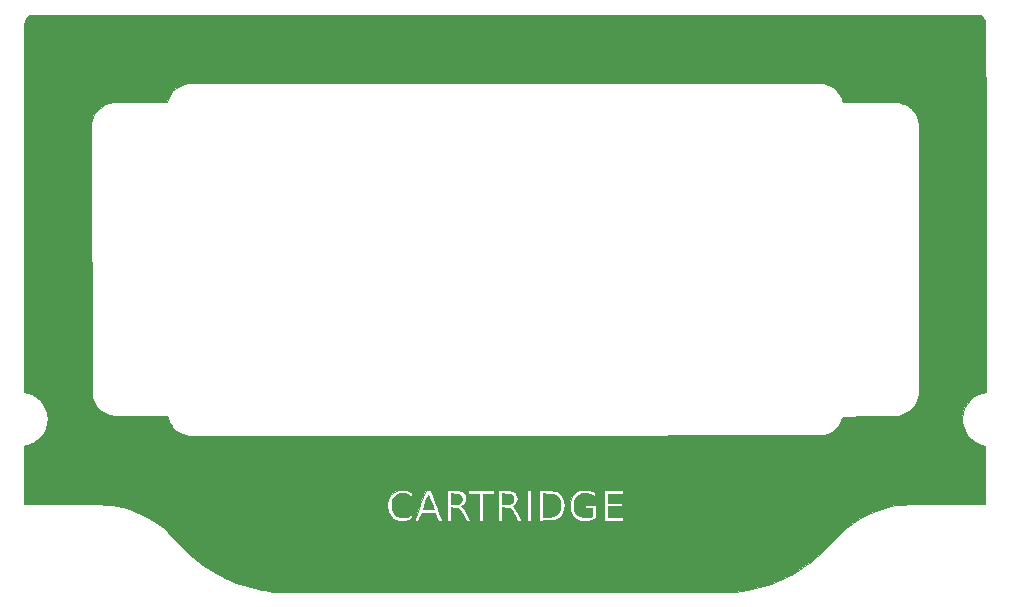
<source format=gbr>
G04 #@! TF.GenerationSoftware,KiCad,Pcbnew,5.0.2-bee76a0~70~ubuntu18.04.1*
G04 #@! TF.CreationDate,2019-04-15T09:41:49+02:00*
G04 #@! TF.ProjectId,DIMMTop,44494d4d-546f-4702-9e6b-696361645f70,rev?*
G04 #@! TF.SameCoordinates,Original*
G04 #@! TF.FileFunction,Legend,Top*
G04 #@! TF.FilePolarity,Positive*
%FSLAX46Y46*%
G04 Gerber Fmt 4.6, Leading zero omitted, Abs format (unit mm)*
G04 Created by KiCad (PCBNEW 5.0.2-bee76a0~70~ubuntu18.04.1) date Mo 15 Apr 2019 09:41:49 CEST*
%MOMM*%
%LPD*%
G01*
G04 APERTURE LIST*
%ADD10C,0.010000*%
G04 APERTURE END LIST*
D10*
G04 #@! TO.C,G\002A\002A\002A*
G36*
X102219212Y-80275423D02*
X103814769Y-80275539D01*
X105404908Y-80275716D01*
X106987377Y-80275955D01*
X108559922Y-80276254D01*
X110120293Y-80276615D01*
X111666237Y-80277036D01*
X113195502Y-80277519D01*
X114705836Y-80278062D01*
X116194986Y-80278667D01*
X117660701Y-80279332D01*
X119100728Y-80280059D01*
X120512816Y-80280846D01*
X121894712Y-80281695D01*
X123244164Y-80282605D01*
X124558920Y-80283575D01*
X125836728Y-80284607D01*
X127075336Y-80285700D01*
X128272491Y-80286854D01*
X129425941Y-80288069D01*
X130533435Y-80289344D01*
X131592720Y-80290681D01*
X132601544Y-80292079D01*
X133557655Y-80293538D01*
X134458801Y-80295058D01*
X135302730Y-80296639D01*
X136087189Y-80298281D01*
X136809927Y-80299984D01*
X137468690Y-80301748D01*
X138061228Y-80303573D01*
X138585289Y-80305460D01*
X139038619Y-80307407D01*
X139418966Y-80309415D01*
X139724080Y-80311484D01*
X139951707Y-80313614D01*
X140099595Y-80315806D01*
X140165493Y-80318058D01*
X140168544Y-80318489D01*
X140331033Y-80399308D01*
X140483138Y-80535133D01*
X140597207Y-80698086D01*
X140633040Y-80786799D01*
X140637047Y-80843316D01*
X140640864Y-80983779D01*
X140644486Y-81207464D01*
X140647914Y-81513650D01*
X140651144Y-81901616D01*
X140654176Y-82370640D01*
X140657007Y-82919999D01*
X140659634Y-83548972D01*
X140662057Y-84256837D01*
X140664274Y-85042873D01*
X140666282Y-85906358D01*
X140668079Y-86846569D01*
X140669664Y-87862785D01*
X140671035Y-88954285D01*
X140672190Y-90120347D01*
X140673127Y-91360248D01*
X140673844Y-92673267D01*
X140674339Y-94058682D01*
X140674610Y-95515772D01*
X140674666Y-96580748D01*
X140674666Y-112229555D01*
X140452416Y-112281080D01*
X140065303Y-112408936D01*
X139713763Y-112607344D01*
X139386280Y-112882837D01*
X139378811Y-112890260D01*
X139087617Y-113231783D01*
X138877400Y-113596300D01*
X138746655Y-113987702D01*
X138693876Y-114409876D01*
X138697205Y-114651000D01*
X138762601Y-115080196D01*
X138903426Y-115478968D01*
X139113648Y-115839957D01*
X139387231Y-116155805D01*
X139718142Y-116419156D01*
X140100346Y-116622650D01*
X140399500Y-116726749D01*
X140538190Y-116767513D01*
X140613951Y-116802725D01*
X140645530Y-116849143D01*
X140651672Y-116923523D01*
X140651383Y-116951909D01*
X140650829Y-117022788D01*
X140650014Y-117169951D01*
X140648972Y-117385017D01*
X140647741Y-117659604D01*
X140646355Y-117985329D01*
X140644852Y-118353811D01*
X140643267Y-118756668D01*
X140641636Y-119185519D01*
X140640800Y-119411303D01*
X140632333Y-121716272D01*
X137044583Y-121732646D01*
X136407823Y-121735627D01*
X135849726Y-121738484D01*
X135364292Y-121741370D01*
X134945516Y-121744440D01*
X134587397Y-121747849D01*
X134283933Y-121751751D01*
X134029120Y-121756300D01*
X133816958Y-121761652D01*
X133641442Y-121767960D01*
X133496572Y-121775379D01*
X133376344Y-121784064D01*
X133274757Y-121794168D01*
X133185808Y-121805846D01*
X133103494Y-121819253D01*
X133021813Y-121834544D01*
X133012333Y-121836401D01*
X132436783Y-121962191D01*
X131919174Y-122104081D01*
X131433124Y-122270560D01*
X130952250Y-122470111D01*
X130747500Y-122564865D01*
X130068609Y-122919284D01*
X129452074Y-123310253D01*
X128878689Y-123751603D01*
X128329247Y-124257165D01*
X128165166Y-124424513D01*
X127763568Y-124841566D01*
X127411497Y-125202946D01*
X127101373Y-125515483D01*
X126825613Y-125786010D01*
X126576636Y-126021359D01*
X126346861Y-126228361D01*
X126128706Y-126413848D01*
X125914589Y-126584652D01*
X125696928Y-126747605D01*
X125468143Y-126909539D01*
X125223000Y-127075719D01*
X124336195Y-127618736D01*
X123424716Y-128081045D01*
X122486782Y-128463257D01*
X121520609Y-128765980D01*
X120524415Y-128989827D01*
X119496416Y-129135406D01*
X119105833Y-129169689D01*
X119032624Y-129171974D01*
X118878074Y-129174201D01*
X118645511Y-129176367D01*
X118338260Y-129178473D01*
X117959649Y-129180516D01*
X117513002Y-129182495D01*
X117001648Y-129184409D01*
X116428912Y-129186257D01*
X115798121Y-129188036D01*
X115112601Y-129189747D01*
X114375678Y-129191388D01*
X113590680Y-129192956D01*
X112760931Y-129194452D01*
X111889760Y-129195874D01*
X110980492Y-129197220D01*
X110036454Y-129198489D01*
X109060971Y-129199679D01*
X108057371Y-129200791D01*
X107028980Y-129201821D01*
X105979125Y-129202769D01*
X104911131Y-129203634D01*
X103828326Y-129204414D01*
X102734035Y-129205108D01*
X101631585Y-129205715D01*
X100524302Y-129206232D01*
X99415514Y-129206660D01*
X98308545Y-129206997D01*
X97206724Y-129207240D01*
X96113375Y-129207390D01*
X95031826Y-129207445D01*
X93965403Y-129207403D01*
X92917433Y-129207263D01*
X91891241Y-129207024D01*
X90890155Y-129206685D01*
X89917500Y-129206244D01*
X88976603Y-129205699D01*
X88070791Y-129205050D01*
X87203390Y-129204296D01*
X86377726Y-129203434D01*
X85597126Y-129202464D01*
X84864916Y-129201385D01*
X84184423Y-129200194D01*
X83558972Y-129198891D01*
X82991892Y-129197475D01*
X82486507Y-129195943D01*
X82046144Y-129194296D01*
X81674130Y-129192531D01*
X81373791Y-129190647D01*
X81148454Y-129188643D01*
X81001445Y-129186517D01*
X80942333Y-129184720D01*
X80669849Y-129162931D01*
X80342376Y-129126996D01*
X79987669Y-129080711D01*
X79633480Y-129027874D01*
X79307565Y-128972283D01*
X79116805Y-128934960D01*
X78140860Y-128688213D01*
X77186667Y-128363215D01*
X76261084Y-127963622D01*
X75370969Y-127493092D01*
X74523180Y-126955280D01*
X73724578Y-126353842D01*
X72982019Y-125692435D01*
X72918935Y-125630843D01*
X72739298Y-125451052D01*
X72524183Y-125230968D01*
X72295124Y-124992894D01*
X72073654Y-124759132D01*
X71967155Y-124645085D01*
X71650710Y-124311992D01*
X71366042Y-124031399D01*
X71094964Y-123787452D01*
X70819287Y-123564300D01*
X70520825Y-123346090D01*
X70316666Y-123206535D01*
X69633060Y-122794138D01*
X68906784Y-122440694D01*
X68158255Y-122155363D01*
X67628500Y-122000176D01*
X67460926Y-121957166D01*
X67311765Y-121919373D01*
X67174602Y-121886436D01*
X67043019Y-121857993D01*
X66910600Y-121833683D01*
X66861749Y-121826500D01*
X90022833Y-121826500D01*
X90025367Y-122031653D01*
X90036151Y-122178907D01*
X90059958Y-122294962D01*
X90101559Y-122406513D01*
X90141830Y-122492160D01*
X90312416Y-122753367D01*
X90534722Y-122956539D01*
X90796078Y-123090454D01*
X91030015Y-123139514D01*
X91302553Y-123147233D01*
X91467082Y-123128330D01*
X102871000Y-123128330D01*
X103474250Y-123107090D01*
X103787585Y-123091255D01*
X104030127Y-123067543D01*
X104215520Y-123034326D01*
X104310333Y-123007378D01*
X104575633Y-122878184D01*
X104780302Y-122689963D01*
X104924229Y-122442894D01*
X105007305Y-122137157D01*
X105029627Y-121831597D01*
X105453333Y-121831597D01*
X105453333Y-121832704D01*
X105484338Y-122186077D01*
X105579061Y-122486639D01*
X105740063Y-122740130D01*
X105944375Y-122933247D01*
X106163721Y-123053289D01*
X106432279Y-123126975D01*
X106727711Y-123153219D01*
X107027679Y-123130929D01*
X107309845Y-123059019D01*
X107433824Y-123005847D01*
X107675833Y-122884833D01*
X107687645Y-122323917D01*
X107699457Y-121763000D01*
X106765666Y-121763000D01*
X106765666Y-122059333D01*
X107358333Y-122059333D01*
X107358333Y-122396510D01*
X107353420Y-122579388D01*
X107329167Y-122702388D01*
X107271301Y-122778817D01*
X107165552Y-122821985D01*
X106997645Y-122845201D01*
X106866957Y-122854716D01*
X106553882Y-122845484D01*
X106296668Y-122773349D01*
X106093530Y-122637419D01*
X105942683Y-122436802D01*
X105913905Y-122378585D01*
X105864225Y-122208685D01*
X105837444Y-121988371D01*
X105833542Y-121747945D01*
X105852502Y-121517711D01*
X105894304Y-121327971D01*
X105914591Y-121276167D01*
X106048509Y-121062365D01*
X106226263Y-120912846D01*
X106455403Y-120823399D01*
X106743480Y-120789816D01*
X106788053Y-120789333D01*
X106958217Y-120798252D01*
X107106061Y-120831876D01*
X107271312Y-120900505D01*
X107332069Y-120930389D01*
X107612333Y-121071445D01*
X107612333Y-120893269D01*
X107608262Y-120790350D01*
X107583333Y-120726531D01*
X107518470Y-120678120D01*
X107394599Y-120621426D01*
X107392851Y-120620674D01*
X107120276Y-120538364D01*
X107095059Y-120535333D01*
X108332000Y-120535333D01*
X108332000Y-123117667D01*
X109983000Y-123117667D01*
X109983000Y-122821333D01*
X108670666Y-122821333D01*
X108670666Y-121890000D01*
X109898333Y-121890000D01*
X109898333Y-121593667D01*
X108670666Y-121593667D01*
X108670666Y-120831667D01*
X109940666Y-120831667D01*
X109940666Y-120535333D01*
X108332000Y-120535333D01*
X107095059Y-120535333D01*
X106810875Y-120501176D01*
X106500765Y-120511244D01*
X106276726Y-120554676D01*
X106114582Y-120612630D01*
X105980841Y-120692639D01*
X105841416Y-120816255D01*
X105805333Y-120852739D01*
X105640145Y-121054387D01*
X105531425Y-121270802D01*
X105471658Y-121522900D01*
X105453333Y-121831597D01*
X105029627Y-121831597D01*
X105030000Y-121826500D01*
X105000849Y-121470165D01*
X104912808Y-121173963D01*
X104764996Y-120936356D01*
X104556531Y-120755805D01*
X104359959Y-120656951D01*
X104244836Y-120617528D01*
X104121380Y-120589085D01*
X103970782Y-120569182D01*
X103774231Y-120555374D01*
X103512919Y-120545221D01*
X103495416Y-120544694D01*
X102871000Y-120526105D01*
X102871000Y-123128330D01*
X91467082Y-123128330D01*
X91579449Y-123115420D01*
X91693923Y-123083195D01*
X92337192Y-123083195D01*
X92370382Y-123110561D01*
X92464209Y-123117562D01*
X92490894Y-123117667D01*
X92593719Y-123112808D01*
X92654575Y-123084467D01*
X92698583Y-123011994D01*
X92735525Y-122916583D01*
X92791859Y-122765452D01*
X92846586Y-122622088D01*
X92863866Y-122577917D01*
X92918346Y-122440333D01*
X94056384Y-122440333D01*
X94176715Y-122779000D01*
X94297047Y-123117667D01*
X94482219Y-123117667D01*
X95039333Y-123117667D01*
X95378000Y-123117667D01*
X95378000Y-122007746D01*
X95692821Y-122023644D01*
X95856246Y-122037251D01*
X95983576Y-122066845D01*
X96087793Y-122123733D01*
X96181880Y-122219223D01*
X96278819Y-122364620D01*
X96391592Y-122571232D01*
X96448024Y-122681395D01*
X96669166Y-123117283D01*
X96849083Y-123117475D01*
X96959011Y-123113091D01*
X97022655Y-123101841D01*
X97029000Y-123096208D01*
X97007950Y-123033886D01*
X96951364Y-122917101D01*
X96869082Y-122762866D01*
X96770946Y-122588196D01*
X96666797Y-122410107D01*
X96566477Y-122245612D01*
X96479827Y-122111727D01*
X96416690Y-122025465D01*
X96399056Y-122007116D01*
X96284405Y-121912166D01*
X96413286Y-121826156D01*
X96570403Y-121675116D01*
X96659213Y-121476188D01*
X96680702Y-121227060D01*
X96679330Y-121201514D01*
X96639593Y-120975455D01*
X96546015Y-120803335D01*
X96387119Y-120665790D01*
X96347241Y-120641167D01*
X96274480Y-120605543D01*
X96186041Y-120580182D01*
X96065254Y-120562800D01*
X95895446Y-120551119D01*
X95659945Y-120542855D01*
X95621416Y-120541857D01*
X95362077Y-120535333D01*
X96859666Y-120535333D01*
X96859666Y-120831667D01*
X97791000Y-120831667D01*
X97791000Y-123117667D01*
X98129666Y-123117667D01*
X99399666Y-123117667D01*
X99738333Y-123117667D01*
X99738333Y-122007445D01*
X100033313Y-122024113D01*
X100207426Y-122040900D01*
X100343143Y-122076705D01*
X100454248Y-122143243D01*
X100554520Y-122252230D01*
X100657742Y-122415382D01*
X100777694Y-122644413D01*
X100788507Y-122666097D01*
X101013182Y-123117667D01*
X101392599Y-123117667D01*
X101133991Y-122610422D01*
X101028359Y-122412856D01*
X100924660Y-122235758D01*
X100833912Y-122096890D01*
X100767137Y-122014017D01*
X100760060Y-122007672D01*
X100644739Y-121912166D01*
X100773619Y-121826156D01*
X100926966Y-121676143D01*
X101018621Y-121481888D01*
X101045152Y-121260584D01*
X101003126Y-121029423D01*
X100955416Y-120915688D01*
X100880509Y-120787900D01*
X100794798Y-120693635D01*
X100684264Y-120627512D01*
X100534888Y-120584149D01*
X100332652Y-120558163D01*
X100063538Y-120544172D01*
X99981750Y-120541857D01*
X99722410Y-120535333D01*
X101855000Y-120535333D01*
X101855000Y-123117667D01*
X102193666Y-123117667D01*
X102193666Y-120535333D01*
X101855000Y-120535333D01*
X99722410Y-120535333D01*
X99399666Y-120527214D01*
X99399666Y-123117667D01*
X98129666Y-123117667D01*
X98129666Y-120831667D01*
X99061000Y-120831667D01*
X99061000Y-120535333D01*
X96859666Y-120535333D01*
X95362077Y-120535333D01*
X95039333Y-120527214D01*
X95039333Y-123117667D01*
X94482219Y-123117667D01*
X94595789Y-123113107D01*
X94642670Y-123093792D01*
X94640603Y-123051265D01*
X94637661Y-123043583D01*
X94615327Y-122986113D01*
X94566887Y-122860268D01*
X94496449Y-122676766D01*
X94408123Y-122446323D01*
X94306019Y-122179657D01*
X94194247Y-121887484D01*
X94170930Y-121826500D01*
X94057729Y-121530491D01*
X93953403Y-121257830D01*
X93862057Y-121019232D01*
X93787795Y-120825413D01*
X93734721Y-120687091D01*
X93706940Y-120614980D01*
X93704768Y-120609417D01*
X93660601Y-120560371D01*
X93565545Y-120538348D01*
X93478676Y-120535333D01*
X93281744Y-120535333D01*
X92825411Y-121731250D01*
X92709798Y-122035241D01*
X92603334Y-122317092D01*
X92509991Y-122566136D01*
X92433741Y-122771706D01*
X92378556Y-122923136D01*
X92348408Y-123009757D01*
X92344602Y-123022417D01*
X92337192Y-123083195D01*
X91693923Y-123083195D01*
X91826459Y-123045886D01*
X91853750Y-123034536D01*
X91979157Y-122976944D01*
X92045431Y-122928545D01*
X92071426Y-122865573D01*
X92075995Y-122764260D01*
X92076000Y-122754369D01*
X92076000Y-122570830D01*
X91865561Y-122701646D01*
X91709822Y-122784303D01*
X91552076Y-122830907D01*
X91364775Y-122853236D01*
X91068698Y-122842169D01*
X90823697Y-122764015D01*
X90631208Y-122620279D01*
X90492669Y-122412464D01*
X90409519Y-122142075D01*
X90383138Y-121826500D01*
X90412021Y-121497645D01*
X90497841Y-121230045D01*
X90639358Y-121025013D01*
X90835333Y-120883860D01*
X91084526Y-120807898D01*
X91356857Y-120796553D01*
X91546219Y-120816494D01*
X91694687Y-120859622D01*
X91845410Y-120938895D01*
X91859251Y-120947431D01*
X92076000Y-121082169D01*
X92076000Y-120898631D01*
X92072298Y-120793435D01*
X92048607Y-120728476D01*
X91986047Y-120680012D01*
X91865737Y-120624296D01*
X91853750Y-120619115D01*
X91684583Y-120562773D01*
X91484036Y-120519207D01*
X91353159Y-120502911D01*
X91014181Y-120514095D01*
X90714874Y-120598143D01*
X90459271Y-120752864D01*
X90251407Y-120976065D01*
X90141830Y-121160840D01*
X90085613Y-121284336D01*
X90050393Y-121394422D01*
X90031399Y-121517795D01*
X90023856Y-121681153D01*
X90022833Y-121826500D01*
X66861749Y-121826500D01*
X66770927Y-121813146D01*
X66617585Y-121796020D01*
X66444157Y-121781944D01*
X66244226Y-121770557D01*
X66011376Y-121761497D01*
X65739189Y-121754404D01*
X65421250Y-121748916D01*
X65051141Y-121744672D01*
X64622446Y-121741311D01*
X64128749Y-121738471D01*
X63563632Y-121735793D01*
X62920679Y-121732914D01*
X62876583Y-121732714D01*
X59267666Y-121716295D01*
X59267666Y-116777280D01*
X59458567Y-116748653D01*
X59585346Y-116715973D01*
X59755599Y-116654066D01*
X59938600Y-116574479D01*
X59995287Y-116546937D01*
X60363249Y-116317675D01*
X60673907Y-116031704D01*
X60922875Y-115698407D01*
X61105765Y-115327169D01*
X61218191Y-114927373D01*
X61255764Y-114508405D01*
X61214098Y-114079647D01*
X61193597Y-113983815D01*
X61062357Y-113599921D01*
X60861526Y-113242907D01*
X60601950Y-112923608D01*
X60294478Y-112652861D01*
X59949955Y-112441500D01*
X59579227Y-112300363D01*
X59485861Y-112277778D01*
X59267666Y-112230984D01*
X59267666Y-96581462D01*
X59267779Y-95074467D01*
X59268118Y-93638640D01*
X59268679Y-92274702D01*
X59269462Y-90983377D01*
X59270464Y-89765384D01*
X59270817Y-89433453D01*
X64940914Y-89433453D01*
X64993522Y-112724833D01*
X65162970Y-113054503D01*
X65393169Y-113430191D01*
X65661586Y-113732440D01*
X65973136Y-113965654D01*
X66332736Y-114134237D01*
X66390328Y-114153962D01*
X66451314Y-114172682D01*
X66515965Y-114188687D01*
X66591576Y-114202303D01*
X66685441Y-114213859D01*
X66804856Y-114223681D01*
X66957115Y-114232095D01*
X67149514Y-114239430D01*
X67389346Y-114246011D01*
X67683907Y-114252167D01*
X68040491Y-114258223D01*
X68466394Y-114264508D01*
X68968909Y-114271348D01*
X69025500Y-114272099D01*
X69465084Y-114278003D01*
X69878598Y-114283698D01*
X70258422Y-114289073D01*
X70596939Y-114294010D01*
X70886531Y-114298397D01*
X71119579Y-114302118D01*
X71288467Y-114305059D01*
X71385576Y-114307104D01*
X71406750Y-114307935D01*
X71415798Y-114347288D01*
X71417366Y-114386417D01*
X71438823Y-114480406D01*
X71495463Y-114622014D01*
X71575778Y-114788234D01*
X71668257Y-114956058D01*
X71761391Y-115102478D01*
X71804575Y-115160433D01*
X72046229Y-115409846D01*
X72333755Y-115623273D01*
X72645657Y-115788243D01*
X72960440Y-115892283D01*
X73108894Y-115917206D01*
X73171370Y-115919369D01*
X73315513Y-115921396D01*
X73538558Y-115923289D01*
X73837745Y-115925049D01*
X74210310Y-115926678D01*
X74653493Y-115928180D01*
X75164529Y-115929556D01*
X75740658Y-115930807D01*
X76379116Y-115931937D01*
X77077142Y-115932948D01*
X77831973Y-115933840D01*
X78640847Y-115934618D01*
X79501001Y-115935282D01*
X80409674Y-115935836D01*
X81364103Y-115936280D01*
X82361526Y-115936618D01*
X83399181Y-115936851D01*
X84474304Y-115936982D01*
X85584135Y-115937012D01*
X86725910Y-115936944D01*
X87896868Y-115936780D01*
X89094246Y-115936523D01*
X90315282Y-115936173D01*
X91557213Y-115935734D01*
X92817278Y-115935207D01*
X94092714Y-115934595D01*
X95380758Y-115933899D01*
X96678649Y-115933123D01*
X97983624Y-115932267D01*
X99292921Y-115931335D01*
X100603778Y-115930328D01*
X101913432Y-115929249D01*
X103219121Y-115928099D01*
X104518083Y-115926881D01*
X105807556Y-115925596D01*
X107084776Y-115924248D01*
X108346983Y-115922838D01*
X109591413Y-115921368D01*
X110815305Y-115919841D01*
X112015896Y-115918258D01*
X113190424Y-115916622D01*
X114336126Y-115914935D01*
X115450241Y-115913198D01*
X116530005Y-115911415D01*
X117572658Y-115909587D01*
X118575436Y-115907717D01*
X119535577Y-115905806D01*
X120450318Y-115903857D01*
X121316899Y-115901871D01*
X122132556Y-115899852D01*
X122894527Y-115897800D01*
X123600050Y-115895719D01*
X124246362Y-115893610D01*
X124830701Y-115891476D01*
X125350306Y-115889319D01*
X125802413Y-115887140D01*
X126184260Y-115884942D01*
X126493086Y-115882727D01*
X126726127Y-115880497D01*
X126880622Y-115878255D01*
X126953809Y-115876002D01*
X126958666Y-115875515D01*
X127312079Y-115774368D01*
X127646755Y-115597886D01*
X127952646Y-115354953D01*
X128219704Y-115054453D01*
X128437881Y-114705272D01*
X128540985Y-114476495D01*
X128600823Y-114323158D01*
X130817161Y-114300549D01*
X131323204Y-114294494D01*
X131787102Y-114287160D01*
X132202447Y-114278727D01*
X132562834Y-114269376D01*
X132861857Y-114259286D01*
X133093110Y-114248638D01*
X133250186Y-114237612D01*
X133308666Y-114230469D01*
X133672337Y-114127393D01*
X134022348Y-113952093D01*
X134340303Y-113716878D01*
X134607805Y-113434057D01*
X134706352Y-113295264D01*
X134787559Y-113145956D01*
X134871754Y-112954971D01*
X134941183Y-112762718D01*
X134943260Y-112756033D01*
X135044321Y-112428500D01*
X135041948Y-101210167D01*
X135041621Y-100235795D01*
X135041064Y-99280789D01*
X135040288Y-98348809D01*
X135039303Y-97443518D01*
X135038120Y-96568577D01*
X135036751Y-95727648D01*
X135035205Y-94924393D01*
X135033495Y-94162473D01*
X135031630Y-93445551D01*
X135029622Y-92777287D01*
X135027482Y-92161344D01*
X135025220Y-91601383D01*
X135022847Y-91101066D01*
X135020374Y-90664055D01*
X135017813Y-90294012D01*
X135015173Y-89994598D01*
X135012466Y-89769475D01*
X135009703Y-89622304D01*
X135007364Y-89561842D01*
X134956989Y-89202783D01*
X134857515Y-88892621D01*
X134698462Y-88607683D01*
X134469352Y-88324295D01*
X134450610Y-88304108D01*
X134230853Y-88094664D01*
X134005067Y-87938520D01*
X133746662Y-87820431D01*
X133449780Y-87730384D01*
X133370304Y-87711016D01*
X133291505Y-87694711D01*
X133205604Y-87681207D01*
X133104823Y-87670240D01*
X132981386Y-87661549D01*
X132827514Y-87654870D01*
X132635431Y-87649940D01*
X132397359Y-87646497D01*
X132105520Y-87644278D01*
X131752137Y-87643019D01*
X131329432Y-87642458D01*
X130844200Y-87642333D01*
X128584341Y-87642333D01*
X128528890Y-87483583D01*
X128480056Y-87371861D01*
X128400422Y-87218325D01*
X128305315Y-87052157D01*
X128282834Y-87015171D01*
X128033155Y-86687456D01*
X127726853Y-86422196D01*
X127366249Y-86221064D01*
X127016289Y-86101129D01*
X126993406Y-86096672D01*
X126958665Y-86092417D01*
X126910145Y-86088360D01*
X126845926Y-86084495D01*
X126764087Y-86080817D01*
X126662707Y-86077322D01*
X126539865Y-86074004D01*
X126393640Y-86070859D01*
X126222112Y-86067882D01*
X126023359Y-86065069D01*
X125795461Y-86062413D01*
X125536497Y-86059911D01*
X125244545Y-86057557D01*
X124917686Y-86055347D01*
X124553998Y-86053276D01*
X124151560Y-86051338D01*
X123708452Y-86049530D01*
X123222753Y-86047845D01*
X122692541Y-86046280D01*
X122115897Y-86044829D01*
X121490898Y-86043488D01*
X120815625Y-86042251D01*
X120088156Y-86041114D01*
X119306571Y-86040072D01*
X118468949Y-86039120D01*
X117573368Y-86038254D01*
X116617908Y-86037467D01*
X115600649Y-86036756D01*
X114519668Y-86036115D01*
X113373046Y-86035541D01*
X112158862Y-86035026D01*
X110875194Y-86034568D01*
X109520123Y-86034161D01*
X108091726Y-86033800D01*
X106588083Y-86033481D01*
X105007274Y-86033198D01*
X103347377Y-86032946D01*
X101606471Y-86032721D01*
X99960488Y-86032537D01*
X73158517Y-86029720D01*
X72827675Y-86140706D01*
X72425344Y-86307903D01*
X72092995Y-86518327D01*
X71824923Y-86777267D01*
X71615420Y-87090009D01*
X71485538Y-87384185D01*
X71391284Y-87644491D01*
X69065392Y-87660548D01*
X68559241Y-87664194D01*
X68130322Y-87667767D01*
X67771197Y-87671553D01*
X67474433Y-87675840D01*
X67232594Y-87680915D01*
X67038244Y-87687064D01*
X66883948Y-87694574D01*
X66762272Y-87703732D01*
X66665779Y-87714826D01*
X66587034Y-87728142D01*
X66518603Y-87743966D01*
X66457760Y-87761168D01*
X66121970Y-87888758D01*
X65831882Y-88062566D01*
X65587503Y-88269613D01*
X65377742Y-88492954D01*
X65222273Y-88717504D01*
X65099660Y-88977038D01*
X65047217Y-89120911D01*
X64940914Y-89433453D01*
X59270817Y-89433453D01*
X59271683Y-88621447D01*
X59273118Y-87552287D01*
X59274767Y-86558625D01*
X59276627Y-85641184D01*
X59278697Y-84800685D01*
X59280975Y-84037850D01*
X59283460Y-83353400D01*
X59286148Y-82748058D01*
X59289039Y-82222545D01*
X59292129Y-81777583D01*
X59295419Y-81413893D01*
X59298905Y-81132198D01*
X59302585Y-80933219D01*
X59306458Y-80817677D01*
X59309292Y-80786799D01*
X59391628Y-80620782D01*
X59526807Y-80466965D01*
X59687176Y-80353227D01*
X59773788Y-80318489D01*
X59824005Y-80316225D01*
X59956636Y-80314022D01*
X60169430Y-80311880D01*
X60460133Y-80309800D01*
X60826495Y-80307780D01*
X61266263Y-80305821D01*
X61777185Y-80303924D01*
X62357009Y-80302087D01*
X63003482Y-80300312D01*
X63714353Y-80298597D01*
X64487369Y-80296944D01*
X65320278Y-80295351D01*
X66210829Y-80293820D01*
X67156768Y-80292349D01*
X68155845Y-80290940D01*
X69205806Y-80289591D01*
X70304400Y-80288304D01*
X71449374Y-80287078D01*
X72638476Y-80285912D01*
X73869455Y-80284808D01*
X75140058Y-80283765D01*
X76448033Y-80282783D01*
X77791128Y-80281862D01*
X79167091Y-80281001D01*
X80573669Y-80280202D01*
X82008611Y-80279464D01*
X83469664Y-80278787D01*
X84954576Y-80278171D01*
X86461095Y-80277616D01*
X87986970Y-80277122D01*
X89529947Y-80276689D01*
X91087775Y-80276317D01*
X92658201Y-80276006D01*
X94238974Y-80275757D01*
X95827842Y-80275568D01*
X97422551Y-80275440D01*
X99020851Y-80275373D01*
X100620489Y-80275367D01*
X102219212Y-80275423D01*
X102219212Y-80275423D01*
G37*
X102219212Y-80275423D02*
X103814769Y-80275539D01*
X105404908Y-80275716D01*
X106987377Y-80275955D01*
X108559922Y-80276254D01*
X110120293Y-80276615D01*
X111666237Y-80277036D01*
X113195502Y-80277519D01*
X114705836Y-80278062D01*
X116194986Y-80278667D01*
X117660701Y-80279332D01*
X119100728Y-80280059D01*
X120512816Y-80280846D01*
X121894712Y-80281695D01*
X123244164Y-80282605D01*
X124558920Y-80283575D01*
X125836728Y-80284607D01*
X127075336Y-80285700D01*
X128272491Y-80286854D01*
X129425941Y-80288069D01*
X130533435Y-80289344D01*
X131592720Y-80290681D01*
X132601544Y-80292079D01*
X133557655Y-80293538D01*
X134458801Y-80295058D01*
X135302730Y-80296639D01*
X136087189Y-80298281D01*
X136809927Y-80299984D01*
X137468690Y-80301748D01*
X138061228Y-80303573D01*
X138585289Y-80305460D01*
X139038619Y-80307407D01*
X139418966Y-80309415D01*
X139724080Y-80311484D01*
X139951707Y-80313614D01*
X140099595Y-80315806D01*
X140165493Y-80318058D01*
X140168544Y-80318489D01*
X140331033Y-80399308D01*
X140483138Y-80535133D01*
X140597207Y-80698086D01*
X140633040Y-80786799D01*
X140637047Y-80843316D01*
X140640864Y-80983779D01*
X140644486Y-81207464D01*
X140647914Y-81513650D01*
X140651144Y-81901616D01*
X140654176Y-82370640D01*
X140657007Y-82919999D01*
X140659634Y-83548972D01*
X140662057Y-84256837D01*
X140664274Y-85042873D01*
X140666282Y-85906358D01*
X140668079Y-86846569D01*
X140669664Y-87862785D01*
X140671035Y-88954285D01*
X140672190Y-90120347D01*
X140673127Y-91360248D01*
X140673844Y-92673267D01*
X140674339Y-94058682D01*
X140674610Y-95515772D01*
X140674666Y-96580748D01*
X140674666Y-112229555D01*
X140452416Y-112281080D01*
X140065303Y-112408936D01*
X139713763Y-112607344D01*
X139386280Y-112882837D01*
X139378811Y-112890260D01*
X139087617Y-113231783D01*
X138877400Y-113596300D01*
X138746655Y-113987702D01*
X138693876Y-114409876D01*
X138697205Y-114651000D01*
X138762601Y-115080196D01*
X138903426Y-115478968D01*
X139113648Y-115839957D01*
X139387231Y-116155805D01*
X139718142Y-116419156D01*
X140100346Y-116622650D01*
X140399500Y-116726749D01*
X140538190Y-116767513D01*
X140613951Y-116802725D01*
X140645530Y-116849143D01*
X140651672Y-116923523D01*
X140651383Y-116951909D01*
X140650829Y-117022788D01*
X140650014Y-117169951D01*
X140648972Y-117385017D01*
X140647741Y-117659604D01*
X140646355Y-117985329D01*
X140644852Y-118353811D01*
X140643267Y-118756668D01*
X140641636Y-119185519D01*
X140640800Y-119411303D01*
X140632333Y-121716272D01*
X137044583Y-121732646D01*
X136407823Y-121735627D01*
X135849726Y-121738484D01*
X135364292Y-121741370D01*
X134945516Y-121744440D01*
X134587397Y-121747849D01*
X134283933Y-121751751D01*
X134029120Y-121756300D01*
X133816958Y-121761652D01*
X133641442Y-121767960D01*
X133496572Y-121775379D01*
X133376344Y-121784064D01*
X133274757Y-121794168D01*
X133185808Y-121805846D01*
X133103494Y-121819253D01*
X133021813Y-121834544D01*
X133012333Y-121836401D01*
X132436783Y-121962191D01*
X131919174Y-122104081D01*
X131433124Y-122270560D01*
X130952250Y-122470111D01*
X130747500Y-122564865D01*
X130068609Y-122919284D01*
X129452074Y-123310253D01*
X128878689Y-123751603D01*
X128329247Y-124257165D01*
X128165166Y-124424513D01*
X127763568Y-124841566D01*
X127411497Y-125202946D01*
X127101373Y-125515483D01*
X126825613Y-125786010D01*
X126576636Y-126021359D01*
X126346861Y-126228361D01*
X126128706Y-126413848D01*
X125914589Y-126584652D01*
X125696928Y-126747605D01*
X125468143Y-126909539D01*
X125223000Y-127075719D01*
X124336195Y-127618736D01*
X123424716Y-128081045D01*
X122486782Y-128463257D01*
X121520609Y-128765980D01*
X120524415Y-128989827D01*
X119496416Y-129135406D01*
X119105833Y-129169689D01*
X119032624Y-129171974D01*
X118878074Y-129174201D01*
X118645511Y-129176367D01*
X118338260Y-129178473D01*
X117959649Y-129180516D01*
X117513002Y-129182495D01*
X117001648Y-129184409D01*
X116428912Y-129186257D01*
X115798121Y-129188036D01*
X115112601Y-129189747D01*
X114375678Y-129191388D01*
X113590680Y-129192956D01*
X112760931Y-129194452D01*
X111889760Y-129195874D01*
X110980492Y-129197220D01*
X110036454Y-129198489D01*
X109060971Y-129199679D01*
X108057371Y-129200791D01*
X107028980Y-129201821D01*
X105979125Y-129202769D01*
X104911131Y-129203634D01*
X103828326Y-129204414D01*
X102734035Y-129205108D01*
X101631585Y-129205715D01*
X100524302Y-129206232D01*
X99415514Y-129206660D01*
X98308545Y-129206997D01*
X97206724Y-129207240D01*
X96113375Y-129207390D01*
X95031826Y-129207445D01*
X93965403Y-129207403D01*
X92917433Y-129207263D01*
X91891241Y-129207024D01*
X90890155Y-129206685D01*
X89917500Y-129206244D01*
X88976603Y-129205699D01*
X88070791Y-129205050D01*
X87203390Y-129204296D01*
X86377726Y-129203434D01*
X85597126Y-129202464D01*
X84864916Y-129201385D01*
X84184423Y-129200194D01*
X83558972Y-129198891D01*
X82991892Y-129197475D01*
X82486507Y-129195943D01*
X82046144Y-129194296D01*
X81674130Y-129192531D01*
X81373791Y-129190647D01*
X81148454Y-129188643D01*
X81001445Y-129186517D01*
X80942333Y-129184720D01*
X80669849Y-129162931D01*
X80342376Y-129126996D01*
X79987669Y-129080711D01*
X79633480Y-129027874D01*
X79307565Y-128972283D01*
X79116805Y-128934960D01*
X78140860Y-128688213D01*
X77186667Y-128363215D01*
X76261084Y-127963622D01*
X75370969Y-127493092D01*
X74523180Y-126955280D01*
X73724578Y-126353842D01*
X72982019Y-125692435D01*
X72918935Y-125630843D01*
X72739298Y-125451052D01*
X72524183Y-125230968D01*
X72295124Y-124992894D01*
X72073654Y-124759132D01*
X71967155Y-124645085D01*
X71650710Y-124311992D01*
X71366042Y-124031399D01*
X71094964Y-123787452D01*
X70819287Y-123564300D01*
X70520825Y-123346090D01*
X70316666Y-123206535D01*
X69633060Y-122794138D01*
X68906784Y-122440694D01*
X68158255Y-122155363D01*
X67628500Y-122000176D01*
X67460926Y-121957166D01*
X67311765Y-121919373D01*
X67174602Y-121886436D01*
X67043019Y-121857993D01*
X66910600Y-121833683D01*
X66861749Y-121826500D01*
X90022833Y-121826500D01*
X90025367Y-122031653D01*
X90036151Y-122178907D01*
X90059958Y-122294962D01*
X90101559Y-122406513D01*
X90141830Y-122492160D01*
X90312416Y-122753367D01*
X90534722Y-122956539D01*
X90796078Y-123090454D01*
X91030015Y-123139514D01*
X91302553Y-123147233D01*
X91467082Y-123128330D01*
X102871000Y-123128330D01*
X103474250Y-123107090D01*
X103787585Y-123091255D01*
X104030127Y-123067543D01*
X104215520Y-123034326D01*
X104310333Y-123007378D01*
X104575633Y-122878184D01*
X104780302Y-122689963D01*
X104924229Y-122442894D01*
X105007305Y-122137157D01*
X105029627Y-121831597D01*
X105453333Y-121831597D01*
X105453333Y-121832704D01*
X105484338Y-122186077D01*
X105579061Y-122486639D01*
X105740063Y-122740130D01*
X105944375Y-122933247D01*
X106163721Y-123053289D01*
X106432279Y-123126975D01*
X106727711Y-123153219D01*
X107027679Y-123130929D01*
X107309845Y-123059019D01*
X107433824Y-123005847D01*
X107675833Y-122884833D01*
X107687645Y-122323917D01*
X107699457Y-121763000D01*
X106765666Y-121763000D01*
X106765666Y-122059333D01*
X107358333Y-122059333D01*
X107358333Y-122396510D01*
X107353420Y-122579388D01*
X107329167Y-122702388D01*
X107271301Y-122778817D01*
X107165552Y-122821985D01*
X106997645Y-122845201D01*
X106866957Y-122854716D01*
X106553882Y-122845484D01*
X106296668Y-122773349D01*
X106093530Y-122637419D01*
X105942683Y-122436802D01*
X105913905Y-122378585D01*
X105864225Y-122208685D01*
X105837444Y-121988371D01*
X105833542Y-121747945D01*
X105852502Y-121517711D01*
X105894304Y-121327971D01*
X105914591Y-121276167D01*
X106048509Y-121062365D01*
X106226263Y-120912846D01*
X106455403Y-120823399D01*
X106743480Y-120789816D01*
X106788053Y-120789333D01*
X106958217Y-120798252D01*
X107106061Y-120831876D01*
X107271312Y-120900505D01*
X107332069Y-120930389D01*
X107612333Y-121071445D01*
X107612333Y-120893269D01*
X107608262Y-120790350D01*
X107583333Y-120726531D01*
X107518470Y-120678120D01*
X107394599Y-120621426D01*
X107392851Y-120620674D01*
X107120276Y-120538364D01*
X107095059Y-120535333D01*
X108332000Y-120535333D01*
X108332000Y-123117667D01*
X109983000Y-123117667D01*
X109983000Y-122821333D01*
X108670666Y-122821333D01*
X108670666Y-121890000D01*
X109898333Y-121890000D01*
X109898333Y-121593667D01*
X108670666Y-121593667D01*
X108670666Y-120831667D01*
X109940666Y-120831667D01*
X109940666Y-120535333D01*
X108332000Y-120535333D01*
X107095059Y-120535333D01*
X106810875Y-120501176D01*
X106500765Y-120511244D01*
X106276726Y-120554676D01*
X106114582Y-120612630D01*
X105980841Y-120692639D01*
X105841416Y-120816255D01*
X105805333Y-120852739D01*
X105640145Y-121054387D01*
X105531425Y-121270802D01*
X105471658Y-121522900D01*
X105453333Y-121831597D01*
X105029627Y-121831597D01*
X105030000Y-121826500D01*
X105000849Y-121470165D01*
X104912808Y-121173963D01*
X104764996Y-120936356D01*
X104556531Y-120755805D01*
X104359959Y-120656951D01*
X104244836Y-120617528D01*
X104121380Y-120589085D01*
X103970782Y-120569182D01*
X103774231Y-120555374D01*
X103512919Y-120545221D01*
X103495416Y-120544694D01*
X102871000Y-120526105D01*
X102871000Y-123128330D01*
X91467082Y-123128330D01*
X91579449Y-123115420D01*
X91693923Y-123083195D01*
X92337192Y-123083195D01*
X92370382Y-123110561D01*
X92464209Y-123117562D01*
X92490894Y-123117667D01*
X92593719Y-123112808D01*
X92654575Y-123084467D01*
X92698583Y-123011994D01*
X92735525Y-122916583D01*
X92791859Y-122765452D01*
X92846586Y-122622088D01*
X92863866Y-122577917D01*
X92918346Y-122440333D01*
X94056384Y-122440333D01*
X94176715Y-122779000D01*
X94297047Y-123117667D01*
X94482219Y-123117667D01*
X95039333Y-123117667D01*
X95378000Y-123117667D01*
X95378000Y-122007746D01*
X95692821Y-122023644D01*
X95856246Y-122037251D01*
X95983576Y-122066845D01*
X96087793Y-122123733D01*
X96181880Y-122219223D01*
X96278819Y-122364620D01*
X96391592Y-122571232D01*
X96448024Y-122681395D01*
X96669166Y-123117283D01*
X96849083Y-123117475D01*
X96959011Y-123113091D01*
X97022655Y-123101841D01*
X97029000Y-123096208D01*
X97007950Y-123033886D01*
X96951364Y-122917101D01*
X96869082Y-122762866D01*
X96770946Y-122588196D01*
X96666797Y-122410107D01*
X96566477Y-122245612D01*
X96479827Y-122111727D01*
X96416690Y-122025465D01*
X96399056Y-122007116D01*
X96284405Y-121912166D01*
X96413286Y-121826156D01*
X96570403Y-121675116D01*
X96659213Y-121476188D01*
X96680702Y-121227060D01*
X96679330Y-121201514D01*
X96639593Y-120975455D01*
X96546015Y-120803335D01*
X96387119Y-120665790D01*
X96347241Y-120641167D01*
X96274480Y-120605543D01*
X96186041Y-120580182D01*
X96065254Y-120562800D01*
X95895446Y-120551119D01*
X95659945Y-120542855D01*
X95621416Y-120541857D01*
X95362077Y-120535333D01*
X96859666Y-120535333D01*
X96859666Y-120831667D01*
X97791000Y-120831667D01*
X97791000Y-123117667D01*
X98129666Y-123117667D01*
X99399666Y-123117667D01*
X99738333Y-123117667D01*
X99738333Y-122007445D01*
X100033313Y-122024113D01*
X100207426Y-122040900D01*
X100343143Y-122076705D01*
X100454248Y-122143243D01*
X100554520Y-122252230D01*
X100657742Y-122415382D01*
X100777694Y-122644413D01*
X100788507Y-122666097D01*
X101013182Y-123117667D01*
X101392599Y-123117667D01*
X101133991Y-122610422D01*
X101028359Y-122412856D01*
X100924660Y-122235758D01*
X100833912Y-122096890D01*
X100767137Y-122014017D01*
X100760060Y-122007672D01*
X100644739Y-121912166D01*
X100773619Y-121826156D01*
X100926966Y-121676143D01*
X101018621Y-121481888D01*
X101045152Y-121260584D01*
X101003126Y-121029423D01*
X100955416Y-120915688D01*
X100880509Y-120787900D01*
X100794798Y-120693635D01*
X100684264Y-120627512D01*
X100534888Y-120584149D01*
X100332652Y-120558163D01*
X100063538Y-120544172D01*
X99981750Y-120541857D01*
X99722410Y-120535333D01*
X101855000Y-120535333D01*
X101855000Y-123117667D01*
X102193666Y-123117667D01*
X102193666Y-120535333D01*
X101855000Y-120535333D01*
X99722410Y-120535333D01*
X99399666Y-120527214D01*
X99399666Y-123117667D01*
X98129666Y-123117667D01*
X98129666Y-120831667D01*
X99061000Y-120831667D01*
X99061000Y-120535333D01*
X96859666Y-120535333D01*
X95362077Y-120535333D01*
X95039333Y-120527214D01*
X95039333Y-123117667D01*
X94482219Y-123117667D01*
X94595789Y-123113107D01*
X94642670Y-123093792D01*
X94640603Y-123051265D01*
X94637661Y-123043583D01*
X94615327Y-122986113D01*
X94566887Y-122860268D01*
X94496449Y-122676766D01*
X94408123Y-122446323D01*
X94306019Y-122179657D01*
X94194247Y-121887484D01*
X94170930Y-121826500D01*
X94057729Y-121530491D01*
X93953403Y-121257830D01*
X93862057Y-121019232D01*
X93787795Y-120825413D01*
X93734721Y-120687091D01*
X93706940Y-120614980D01*
X93704768Y-120609417D01*
X93660601Y-120560371D01*
X93565545Y-120538348D01*
X93478676Y-120535333D01*
X93281744Y-120535333D01*
X92825411Y-121731250D01*
X92709798Y-122035241D01*
X92603334Y-122317092D01*
X92509991Y-122566136D01*
X92433741Y-122771706D01*
X92378556Y-122923136D01*
X92348408Y-123009757D01*
X92344602Y-123022417D01*
X92337192Y-123083195D01*
X91693923Y-123083195D01*
X91826459Y-123045886D01*
X91853750Y-123034536D01*
X91979157Y-122976944D01*
X92045431Y-122928545D01*
X92071426Y-122865573D01*
X92075995Y-122764260D01*
X92076000Y-122754369D01*
X92076000Y-122570830D01*
X91865561Y-122701646D01*
X91709822Y-122784303D01*
X91552076Y-122830907D01*
X91364775Y-122853236D01*
X91068698Y-122842169D01*
X90823697Y-122764015D01*
X90631208Y-122620279D01*
X90492669Y-122412464D01*
X90409519Y-122142075D01*
X90383138Y-121826500D01*
X90412021Y-121497645D01*
X90497841Y-121230045D01*
X90639358Y-121025013D01*
X90835333Y-120883860D01*
X91084526Y-120807898D01*
X91356857Y-120796553D01*
X91546219Y-120816494D01*
X91694687Y-120859622D01*
X91845410Y-120938895D01*
X91859251Y-120947431D01*
X92076000Y-121082169D01*
X92076000Y-120898631D01*
X92072298Y-120793435D01*
X92048607Y-120728476D01*
X91986047Y-120680012D01*
X91865737Y-120624296D01*
X91853750Y-120619115D01*
X91684583Y-120562773D01*
X91484036Y-120519207D01*
X91353159Y-120502911D01*
X91014181Y-120514095D01*
X90714874Y-120598143D01*
X90459271Y-120752864D01*
X90251407Y-120976065D01*
X90141830Y-121160840D01*
X90085613Y-121284336D01*
X90050393Y-121394422D01*
X90031399Y-121517795D01*
X90023856Y-121681153D01*
X90022833Y-121826500D01*
X66861749Y-121826500D01*
X66770927Y-121813146D01*
X66617585Y-121796020D01*
X66444157Y-121781944D01*
X66244226Y-121770557D01*
X66011376Y-121761497D01*
X65739189Y-121754404D01*
X65421250Y-121748916D01*
X65051141Y-121744672D01*
X64622446Y-121741311D01*
X64128749Y-121738471D01*
X63563632Y-121735793D01*
X62920679Y-121732914D01*
X62876583Y-121732714D01*
X59267666Y-121716295D01*
X59267666Y-116777280D01*
X59458567Y-116748653D01*
X59585346Y-116715973D01*
X59755599Y-116654066D01*
X59938600Y-116574479D01*
X59995287Y-116546937D01*
X60363249Y-116317675D01*
X60673907Y-116031704D01*
X60922875Y-115698407D01*
X61105765Y-115327169D01*
X61218191Y-114927373D01*
X61255764Y-114508405D01*
X61214098Y-114079647D01*
X61193597Y-113983815D01*
X61062357Y-113599921D01*
X60861526Y-113242907D01*
X60601950Y-112923608D01*
X60294478Y-112652861D01*
X59949955Y-112441500D01*
X59579227Y-112300363D01*
X59485861Y-112277778D01*
X59267666Y-112230984D01*
X59267666Y-96581462D01*
X59267779Y-95074467D01*
X59268118Y-93638640D01*
X59268679Y-92274702D01*
X59269462Y-90983377D01*
X59270464Y-89765384D01*
X59270817Y-89433453D01*
X64940914Y-89433453D01*
X64993522Y-112724833D01*
X65162970Y-113054503D01*
X65393169Y-113430191D01*
X65661586Y-113732440D01*
X65973136Y-113965654D01*
X66332736Y-114134237D01*
X66390328Y-114153962D01*
X66451314Y-114172682D01*
X66515965Y-114188687D01*
X66591576Y-114202303D01*
X66685441Y-114213859D01*
X66804856Y-114223681D01*
X66957115Y-114232095D01*
X67149514Y-114239430D01*
X67389346Y-114246011D01*
X67683907Y-114252167D01*
X68040491Y-114258223D01*
X68466394Y-114264508D01*
X68968909Y-114271348D01*
X69025500Y-114272099D01*
X69465084Y-114278003D01*
X69878598Y-114283698D01*
X70258422Y-114289073D01*
X70596939Y-114294010D01*
X70886531Y-114298397D01*
X71119579Y-114302118D01*
X71288467Y-114305059D01*
X71385576Y-114307104D01*
X71406750Y-114307935D01*
X71415798Y-114347288D01*
X71417366Y-114386417D01*
X71438823Y-114480406D01*
X71495463Y-114622014D01*
X71575778Y-114788234D01*
X71668257Y-114956058D01*
X71761391Y-115102478D01*
X71804575Y-115160433D01*
X72046229Y-115409846D01*
X72333755Y-115623273D01*
X72645657Y-115788243D01*
X72960440Y-115892283D01*
X73108894Y-115917206D01*
X73171370Y-115919369D01*
X73315513Y-115921396D01*
X73538558Y-115923289D01*
X73837745Y-115925049D01*
X74210310Y-115926678D01*
X74653493Y-115928180D01*
X75164529Y-115929556D01*
X75740658Y-115930807D01*
X76379116Y-115931937D01*
X77077142Y-115932948D01*
X77831973Y-115933840D01*
X78640847Y-115934618D01*
X79501001Y-115935282D01*
X80409674Y-115935836D01*
X81364103Y-115936280D01*
X82361526Y-115936618D01*
X83399181Y-115936851D01*
X84474304Y-115936982D01*
X85584135Y-115937012D01*
X86725910Y-115936944D01*
X87896868Y-115936780D01*
X89094246Y-115936523D01*
X90315282Y-115936173D01*
X91557213Y-115935734D01*
X92817278Y-115935207D01*
X94092714Y-115934595D01*
X95380758Y-115933899D01*
X96678649Y-115933123D01*
X97983624Y-115932267D01*
X99292921Y-115931335D01*
X100603778Y-115930328D01*
X101913432Y-115929249D01*
X103219121Y-115928099D01*
X104518083Y-115926881D01*
X105807556Y-115925596D01*
X107084776Y-115924248D01*
X108346983Y-115922838D01*
X109591413Y-115921368D01*
X110815305Y-115919841D01*
X112015896Y-115918258D01*
X113190424Y-115916622D01*
X114336126Y-115914935D01*
X115450241Y-115913198D01*
X116530005Y-115911415D01*
X117572658Y-115909587D01*
X118575436Y-115907717D01*
X119535577Y-115905806D01*
X120450318Y-115903857D01*
X121316899Y-115901871D01*
X122132556Y-115899852D01*
X122894527Y-115897800D01*
X123600050Y-115895719D01*
X124246362Y-115893610D01*
X124830701Y-115891476D01*
X125350306Y-115889319D01*
X125802413Y-115887140D01*
X126184260Y-115884942D01*
X126493086Y-115882727D01*
X126726127Y-115880497D01*
X126880622Y-115878255D01*
X126953809Y-115876002D01*
X126958666Y-115875515D01*
X127312079Y-115774368D01*
X127646755Y-115597886D01*
X127952646Y-115354953D01*
X128219704Y-115054453D01*
X128437881Y-114705272D01*
X128540985Y-114476495D01*
X128600823Y-114323158D01*
X130817161Y-114300549D01*
X131323204Y-114294494D01*
X131787102Y-114287160D01*
X132202447Y-114278727D01*
X132562834Y-114269376D01*
X132861857Y-114259286D01*
X133093110Y-114248638D01*
X133250186Y-114237612D01*
X133308666Y-114230469D01*
X133672337Y-114127393D01*
X134022348Y-113952093D01*
X134340303Y-113716878D01*
X134607805Y-113434057D01*
X134706352Y-113295264D01*
X134787559Y-113145956D01*
X134871754Y-112954971D01*
X134941183Y-112762718D01*
X134943260Y-112756033D01*
X135044321Y-112428500D01*
X135041948Y-101210167D01*
X135041621Y-100235795D01*
X135041064Y-99280789D01*
X135040288Y-98348809D01*
X135039303Y-97443518D01*
X135038120Y-96568577D01*
X135036751Y-95727648D01*
X135035205Y-94924393D01*
X135033495Y-94162473D01*
X135031630Y-93445551D01*
X135029622Y-92777287D01*
X135027482Y-92161344D01*
X135025220Y-91601383D01*
X135022847Y-91101066D01*
X135020374Y-90664055D01*
X135017813Y-90294012D01*
X135015173Y-89994598D01*
X135012466Y-89769475D01*
X135009703Y-89622304D01*
X135007364Y-89561842D01*
X134956989Y-89202783D01*
X134857515Y-88892621D01*
X134698462Y-88607683D01*
X134469352Y-88324295D01*
X134450610Y-88304108D01*
X134230853Y-88094664D01*
X134005067Y-87938520D01*
X133746662Y-87820431D01*
X133449780Y-87730384D01*
X133370304Y-87711016D01*
X133291505Y-87694711D01*
X133205604Y-87681207D01*
X133104823Y-87670240D01*
X132981386Y-87661549D01*
X132827514Y-87654870D01*
X132635431Y-87649940D01*
X132397359Y-87646497D01*
X132105520Y-87644278D01*
X131752137Y-87643019D01*
X131329432Y-87642458D01*
X130844200Y-87642333D01*
X128584341Y-87642333D01*
X128528890Y-87483583D01*
X128480056Y-87371861D01*
X128400422Y-87218325D01*
X128305315Y-87052157D01*
X128282834Y-87015171D01*
X128033155Y-86687456D01*
X127726853Y-86422196D01*
X127366249Y-86221064D01*
X127016289Y-86101129D01*
X126993406Y-86096672D01*
X126958665Y-86092417D01*
X126910145Y-86088360D01*
X126845926Y-86084495D01*
X126764087Y-86080817D01*
X126662707Y-86077322D01*
X126539865Y-86074004D01*
X126393640Y-86070859D01*
X126222112Y-86067882D01*
X126023359Y-86065069D01*
X125795461Y-86062413D01*
X125536497Y-86059911D01*
X125244545Y-86057557D01*
X124917686Y-86055347D01*
X124553998Y-86053276D01*
X124151560Y-86051338D01*
X123708452Y-86049530D01*
X123222753Y-86047845D01*
X122692541Y-86046280D01*
X122115897Y-86044829D01*
X121490898Y-86043488D01*
X120815625Y-86042251D01*
X120088156Y-86041114D01*
X119306571Y-86040072D01*
X118468949Y-86039120D01*
X117573368Y-86038254D01*
X116617908Y-86037467D01*
X115600649Y-86036756D01*
X114519668Y-86036115D01*
X113373046Y-86035541D01*
X112158862Y-86035026D01*
X110875194Y-86034568D01*
X109520123Y-86034161D01*
X108091726Y-86033800D01*
X106588083Y-86033481D01*
X105007274Y-86033198D01*
X103347377Y-86032946D01*
X101606471Y-86032721D01*
X99960488Y-86032537D01*
X73158517Y-86029720D01*
X72827675Y-86140706D01*
X72425344Y-86307903D01*
X72092995Y-86518327D01*
X71824923Y-86777267D01*
X71615420Y-87090009D01*
X71485538Y-87384185D01*
X71391284Y-87644491D01*
X69065392Y-87660548D01*
X68559241Y-87664194D01*
X68130322Y-87667767D01*
X67771197Y-87671553D01*
X67474433Y-87675840D01*
X67232594Y-87680915D01*
X67038244Y-87687064D01*
X66883948Y-87694574D01*
X66762272Y-87703732D01*
X66665779Y-87714826D01*
X66587034Y-87728142D01*
X66518603Y-87743966D01*
X66457760Y-87761168D01*
X66121970Y-87888758D01*
X65831882Y-88062566D01*
X65587503Y-88269613D01*
X65377742Y-88492954D01*
X65222273Y-88717504D01*
X65099660Y-88977038D01*
X65047217Y-89120911D01*
X64940914Y-89433453D01*
X59270817Y-89433453D01*
X59271683Y-88621447D01*
X59273118Y-87552287D01*
X59274767Y-86558625D01*
X59276627Y-85641184D01*
X59278697Y-84800685D01*
X59280975Y-84037850D01*
X59283460Y-83353400D01*
X59286148Y-82748058D01*
X59289039Y-82222545D01*
X59292129Y-81777583D01*
X59295419Y-81413893D01*
X59298905Y-81132198D01*
X59302585Y-80933219D01*
X59306458Y-80817677D01*
X59309292Y-80786799D01*
X59391628Y-80620782D01*
X59526807Y-80466965D01*
X59687176Y-80353227D01*
X59773788Y-80318489D01*
X59824005Y-80316225D01*
X59956636Y-80314022D01*
X60169430Y-80311880D01*
X60460133Y-80309800D01*
X60826495Y-80307780D01*
X61266263Y-80305821D01*
X61777185Y-80303924D01*
X62357009Y-80302087D01*
X63003482Y-80300312D01*
X63714353Y-80298597D01*
X64487369Y-80296944D01*
X65320278Y-80295351D01*
X66210829Y-80293820D01*
X67156768Y-80292349D01*
X68155845Y-80290940D01*
X69205806Y-80289591D01*
X70304400Y-80288304D01*
X71449374Y-80287078D01*
X72638476Y-80285912D01*
X73869455Y-80284808D01*
X75140058Y-80283765D01*
X76448033Y-80282783D01*
X77791128Y-80281862D01*
X79167091Y-80281001D01*
X80573669Y-80280202D01*
X82008611Y-80279464D01*
X83469664Y-80278787D01*
X84954576Y-80278171D01*
X86461095Y-80277616D01*
X87986970Y-80277122D01*
X89529947Y-80276689D01*
X91087775Y-80276317D01*
X92658201Y-80276006D01*
X94238974Y-80275757D01*
X95827842Y-80275568D01*
X97422551Y-80275440D01*
X99020851Y-80275373D01*
X100620489Y-80275367D01*
X102219212Y-80275423D01*
G36*
X93531376Y-121043382D02*
X93586378Y-121173578D01*
X93661570Y-121378666D01*
X93709520Y-121509000D01*
X93788056Y-121720526D01*
X93854983Y-121901926D01*
X93905241Y-122039394D01*
X93933770Y-122119124D01*
X93938369Y-122133417D01*
X93899013Y-122137674D01*
X93792083Y-122141113D01*
X93634674Y-122143344D01*
X93474047Y-122144000D01*
X93009428Y-122144000D01*
X93055039Y-122027583D01*
X93089704Y-121936669D01*
X93144146Y-121791186D01*
X93209055Y-121616079D01*
X93240703Y-121530167D01*
X93331262Y-121279738D01*
X93396508Y-121106257D01*
X93445542Y-121009311D01*
X93487464Y-120988489D01*
X93531376Y-121043382D01*
X93531376Y-121043382D01*
G37*
X93531376Y-121043382D02*
X93586378Y-121173578D01*
X93661570Y-121378666D01*
X93709520Y-121509000D01*
X93788056Y-121720526D01*
X93854983Y-121901926D01*
X93905241Y-122039394D01*
X93933770Y-122119124D01*
X93938369Y-122133417D01*
X93899013Y-122137674D01*
X93792083Y-122141113D01*
X93634674Y-122143344D01*
X93474047Y-122144000D01*
X93009428Y-122144000D01*
X93055039Y-122027583D01*
X93089704Y-121936669D01*
X93144146Y-121791186D01*
X93209055Y-121616079D01*
X93240703Y-121530167D01*
X93331262Y-121279738D01*
X93396508Y-121106257D01*
X93445542Y-121009311D01*
X93487464Y-120988489D01*
X93531376Y-121043382D01*
G36*
X95741499Y-120837907D02*
X95920967Y-120847341D01*
X96037706Y-120861925D01*
X96113646Y-120887956D01*
X96170717Y-120931729D01*
X96207166Y-120971611D01*
X96295516Y-121133710D01*
X96313979Y-121315283D01*
X96263453Y-121490304D01*
X96185589Y-121596923D01*
X96117816Y-121658793D01*
X96051408Y-121695676D01*
X95962221Y-121713986D01*
X95826112Y-121720139D01*
X95719923Y-121720667D01*
X95378000Y-121720667D01*
X95378000Y-120822978D01*
X95741499Y-120837907D01*
X95741499Y-120837907D01*
G37*
X95741499Y-120837907D02*
X95920967Y-120847341D01*
X96037706Y-120861925D01*
X96113646Y-120887956D01*
X96170717Y-120931729D01*
X96207166Y-120971611D01*
X96295516Y-121133710D01*
X96313979Y-121315283D01*
X96263453Y-121490304D01*
X96185589Y-121596923D01*
X96117816Y-121658793D01*
X96051408Y-121695676D01*
X95962221Y-121713986D01*
X95826112Y-121720139D01*
X95719923Y-121720667D01*
X95378000Y-121720667D01*
X95378000Y-120822978D01*
X95741499Y-120837907D01*
G36*
X100101832Y-120837907D02*
X100281300Y-120847341D01*
X100398040Y-120861925D01*
X100473980Y-120887956D01*
X100531051Y-120931729D01*
X100567499Y-120971611D01*
X100655850Y-121133710D01*
X100674313Y-121315283D01*
X100623787Y-121490304D01*
X100545923Y-121596923D01*
X100478150Y-121658793D01*
X100411741Y-121695676D01*
X100322554Y-121713986D01*
X100186445Y-121720139D01*
X100080256Y-121720667D01*
X99738333Y-121720667D01*
X99738333Y-120822978D01*
X100101832Y-120837907D01*
X100101832Y-120837907D01*
G37*
X100101832Y-120837907D02*
X100281300Y-120847341D01*
X100398040Y-120861925D01*
X100473980Y-120887956D01*
X100531051Y-120931729D01*
X100567499Y-120971611D01*
X100655850Y-121133710D01*
X100674313Y-121315283D01*
X100623787Y-121490304D01*
X100545923Y-121596923D01*
X100478150Y-121658793D01*
X100411741Y-121695676D01*
X100322554Y-121713986D01*
X100186445Y-121720139D01*
X100080256Y-121720667D01*
X99738333Y-121720667D01*
X99738333Y-120822978D01*
X100101832Y-120837907D01*
G36*
X103643583Y-120838515D02*
X103857942Y-120849810D01*
X104011513Y-120867632D01*
X104128156Y-120896629D01*
X104231729Y-120941450D01*
X104265718Y-120959733D01*
X104443697Y-121093628D01*
X104565677Y-121270869D01*
X104636153Y-121501243D01*
X104659616Y-121794537D01*
X104659613Y-121817845D01*
X104649934Y-122031186D01*
X104625287Y-122210730D01*
X104595929Y-122314500D01*
X104472687Y-122516112D01*
X104293167Y-122665148D01*
X104053095Y-122763662D01*
X103748195Y-122813707D01*
X103540649Y-122821333D01*
X103209666Y-122821333D01*
X103209666Y-120822064D01*
X103643583Y-120838515D01*
X103643583Y-120838515D01*
G37*
X103643583Y-120838515D02*
X103857942Y-120849810D01*
X104011513Y-120867632D01*
X104128156Y-120896629D01*
X104231729Y-120941450D01*
X104265718Y-120959733D01*
X104443697Y-121093628D01*
X104565677Y-121270869D01*
X104636153Y-121501243D01*
X104659616Y-121794537D01*
X104659613Y-121817845D01*
X104649934Y-122031186D01*
X104625287Y-122210730D01*
X104595929Y-122314500D01*
X104472687Y-122516112D01*
X104293167Y-122665148D01*
X104053095Y-122763662D01*
X103748195Y-122813707D01*
X103540649Y-122821333D01*
X103209666Y-122821333D01*
X103209666Y-120822064D01*
X103643583Y-120838515D01*
G04 #@! TD*
M02*

</source>
